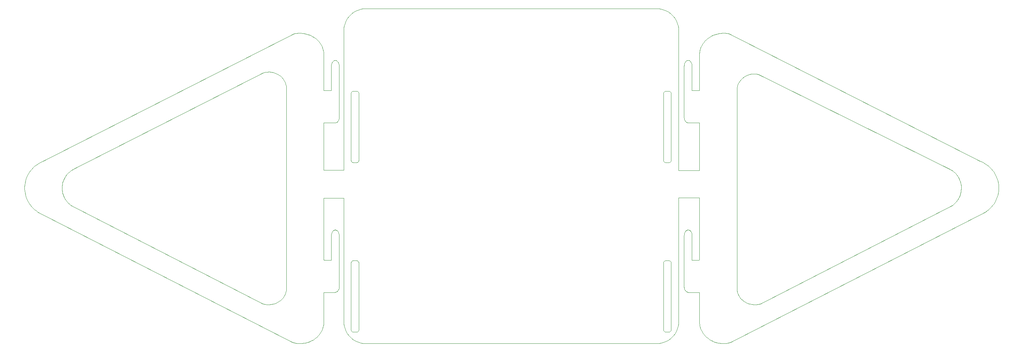
<source format=gbr>
%TF.GenerationSoftware,KiCad,Pcbnew,(5.99.0-9526-g5c17ff0595)*%
%TF.CreationDate,2021-07-10T19:15:04-05:00*%
%TF.ProjectId,DesktopHolder,4465736b-746f-4704-986f-6c6465722e6b,rev?*%
%TF.SameCoordinates,Original*%
%TF.FileFunction,Profile,NP*%
%FSLAX46Y46*%
G04 Gerber Fmt 4.6, Leading zero omitted, Abs format (unit mm)*
G04 Created by KiCad (PCBNEW (5.99.0-9526-g5c17ff0595)) date 2021-07-10 19:15:04*
%MOMM*%
%LPD*%
G01*
G04 APERTURE LIST*
%TA.AperFunction,Profile*%
%ADD10C,0.100000*%
%TD*%
G04 APERTURE END LIST*
D10*
X197211650Y-130452000D02*
X197005650Y-130220000D01*
X93850250Y-68182900D02*
X94342650Y-68175100D01*
X115124950Y-89490400D02*
X115016250Y-89524000D01*
X115379150Y-129281300D02*
X115308650Y-129366700D01*
X185780650Y-53228900D02*
X186308650Y-53255900D01*
X114221550Y-72701600D02*
X114221550Y-72701600D01*
X113897950Y-89437200D02*
X113812450Y-89366700D01*
X263329650Y-101207100D02*
X203213650Y-131990300D01*
X47215750Y-91728500D02*
X47488050Y-91512500D01*
X115465850Y-73162900D02*
X115477550Y-73279600D01*
X109719850Y-65458000D02*
X109907850Y-65429700D01*
X264434650Y-90739700D02*
X264092650Y-90428500D01*
X264759650Y-99993600D02*
X265055650Y-99636900D01*
X192513650Y-105839300D02*
X192650650Y-105668400D01*
X197671650Y-60372900D02*
X197435650Y-60582900D01*
X257388650Y-97114400D02*
X257484650Y-96781700D01*
X194080650Y-106548000D02*
X194099650Y-106831200D01*
X110835850Y-66831100D02*
X110835850Y-78885700D01*
X115379150Y-112956000D02*
X115432250Y-113054200D01*
X97032150Y-122069700D02*
X97376150Y-121746100D01*
X109249850Y-105839300D02*
X109136850Y-106046500D01*
X264438650Y-100330500D02*
X264759650Y-99993600D01*
X205672650Y-69963100D02*
X205374650Y-70318500D01*
X115379150Y-89281300D02*
X115308650Y-89366700D01*
X195874650Y-127166400D02*
X195857650Y-120170200D01*
X46720850Y-92211800D02*
X46959750Y-91961900D01*
X114221550Y-89535700D02*
X114104750Y-89524000D01*
X113812450Y-89366700D02*
X113741950Y-89281300D01*
X196220650Y-128924900D02*
X196115650Y-128643700D01*
X209196650Y-68635500D02*
X208704650Y-68627700D01*
X189132650Y-129183000D02*
X189078650Y-129281300D01*
X116037550Y-53332900D02*
X116549550Y-53255900D01*
X205404650Y-121390600D02*
X205156650Y-121007500D01*
X113433550Y-54733900D02*
X113798550Y-54401900D01*
X192264650Y-79163800D02*
X192325650Y-79413900D01*
X192242650Y-66831100D02*
X192242650Y-78885700D01*
X110835850Y-118885700D02*
X110835850Y-106831200D01*
X115124950Y-129490400D02*
X115016250Y-129524000D01*
X189132650Y-89183000D02*
X189078650Y-89281300D01*
X264752650Y-91072900D02*
X264434650Y-90739700D01*
X38022800Y-99636900D02*
X37753300Y-99262000D01*
X45520650Y-94684200D02*
X45594350Y-94338400D01*
X201913650Y-59033900D02*
X201584650Y-59020900D01*
X192422650Y-119633200D02*
X192325650Y-119413900D01*
X104327850Y-59663900D02*
X104613850Y-59818900D01*
X115465850Y-113162900D02*
X115477550Y-113279700D01*
X207736650Y-68767000D02*
X207271650Y-68912500D01*
X257631650Y-95746700D02*
X257632650Y-95393200D01*
X195856650Y-72547900D02*
X195719650Y-72548600D01*
X97673150Y-121390600D02*
X97921150Y-121007500D01*
X188716650Y-112713300D02*
X188824650Y-112746900D01*
X116549550Y-132204900D02*
X116037550Y-132127100D01*
X185780650Y-132231400D02*
X117077550Y-132231400D01*
X206402650Y-69351800D02*
X206015650Y-69639400D01*
X113996150Y-89490400D02*
X113897950Y-89437200D01*
X188599650Y-72701600D02*
X188716650Y-72713300D01*
X105155850Y-60174900D02*
X105406850Y-60372900D01*
X106434850Y-61529900D02*
X106591850Y-61788900D01*
X192808650Y-105539500D02*
X192983650Y-105458100D01*
X115543550Y-132000600D02*
X115069550Y-131827900D01*
X45594450Y-96781700D02*
X45521650Y-96442100D01*
X94342650Y-68175100D02*
X94831050Y-68219200D01*
X196641650Y-129726900D02*
X196484650Y-129467200D01*
X92875150Y-122899800D02*
X92875150Y-122899800D01*
X96645150Y-122357400D02*
X97032150Y-122069700D01*
X101166850Y-132222100D02*
X101494850Y-132236000D01*
X192325650Y-79413900D02*
X192422650Y-79633200D01*
X193170650Y-65429700D02*
X192983650Y-65458000D01*
X117077550Y-132231400D02*
X116549550Y-132204900D01*
X256963650Y-93050400D02*
X256780650Y-92757000D01*
X113996150Y-72746900D02*
X114104750Y-72713300D01*
X187921650Y-72701600D02*
X187921650Y-72701600D01*
X208734650Y-123081500D02*
X208245650Y-123037400D01*
X113643450Y-128957600D02*
X113643450Y-113279700D01*
X113812450Y-112870500D02*
X113897950Y-112800000D01*
X39748850Y-101207100D02*
X99864850Y-131990300D01*
X115016250Y-129524000D02*
X114899550Y-129535700D01*
X109719850Y-105458100D02*
X109544850Y-105539500D01*
X37753300Y-99262000D02*
X37510600Y-98870300D01*
X254999650Y-91136900D02*
X254682650Y-90979300D01*
X100184850Y-59181900D02*
X100509850Y-59114900D01*
X114104750Y-89524000D02*
X113996150Y-89490400D01*
X189059650Y-54401900D02*
X189424650Y-54733900D01*
X92874150Y-68356800D02*
X93359050Y-68243200D01*
X189078650Y-72956000D02*
X189132650Y-73054200D01*
X266417650Y-96252800D02*
X266450650Y-95786100D01*
X192867650Y-80078200D02*
X193049650Y-80146300D01*
X186821650Y-132127100D02*
X186308650Y-132204900D01*
X100509850Y-59114900D02*
X100836850Y-59065900D01*
X109837850Y-120169700D02*
X110028850Y-120146400D01*
X37301400Y-92598700D02*
X37518000Y-92191000D01*
X266125650Y-93458800D02*
X265965650Y-93021800D01*
X187804650Y-129524000D02*
X187695650Y-129490400D01*
X111928550Y-91350000D02*
X111928550Y-58378900D01*
X189165650Y-73162900D02*
X189177650Y-73279600D01*
X106857850Y-128924900D02*
X106962850Y-128643700D01*
X112548550Y-55919900D02*
X112805550Y-55495900D01*
X114221550Y-129535700D02*
X114104750Y-129524000D01*
X186308650Y-53255900D02*
X186821650Y-53332900D01*
X104035850Y-131730900D02*
X104329850Y-131592500D01*
X202568650Y-59114900D02*
X202241650Y-59065900D01*
X108997850Y-106548000D02*
X108978850Y-106831200D01*
X194026650Y-66284600D02*
X193828650Y-65839200D01*
X105406850Y-60372900D02*
X105642850Y-60582900D01*
X193049650Y-120146400D02*
X192867650Y-120078300D01*
X187355650Y-89074400D02*
X187343650Y-88957600D01*
X256969650Y-98059800D02*
X257130650Y-97754600D01*
X110677850Y-66046500D02*
X110762850Y-66284600D01*
X113688750Y-129183000D02*
X113655150Y-129074400D01*
X38318650Y-99993600D02*
X38022800Y-99636900D01*
X194099650Y-120168400D02*
X193240650Y-120169700D01*
X192315650Y-106284600D02*
X192400650Y-106046500D01*
X187512650Y-72870500D02*
X187597650Y-72800000D01*
X187597650Y-89437200D02*
X187512650Y-89366700D01*
X47493350Y-99611200D02*
X47215850Y-99391600D01*
X96222350Y-68655100D02*
X96644550Y-68899200D01*
X190525650Y-56370900D02*
X190698650Y-56843900D01*
X187597650Y-129437200D02*
X187512650Y-129366700D01*
X187921650Y-129535700D02*
X187804650Y-129524000D01*
X187512650Y-89366700D02*
X187441650Y-89281300D01*
X186308650Y-132204900D02*
X185780650Y-132231400D01*
X210202650Y-122899800D02*
X209717650Y-123013400D01*
X104329850Y-131592500D02*
X104615850Y-131437900D01*
X189177650Y-88957600D02*
X189165650Y-89074400D01*
X196643650Y-61529900D02*
X196486650Y-61788900D01*
X256118650Y-91961900D02*
X255862650Y-91728500D01*
X200928650Y-132211700D02*
X200603650Y-132173700D01*
X115477550Y-73279600D02*
X115477550Y-88957600D01*
X115379150Y-72956000D02*
X115432250Y-73054200D01*
X110427850Y-105668400D02*
X110269850Y-105539500D01*
X205701650Y-121746100D02*
X205404650Y-121390600D01*
X47488050Y-91512500D02*
X47776050Y-91315000D01*
X110816850Y-106548000D02*
X110762850Y-106284600D01*
X115477550Y-113279700D02*
X115477550Y-128957600D01*
X115477550Y-128957600D02*
X115465850Y-129074400D01*
X115432250Y-73054200D02*
X115465850Y-73162900D01*
X115543550Y-53459900D02*
X116037550Y-53332900D01*
X106260850Y-61278900D02*
X106434850Y-61529900D01*
X109907850Y-105429700D02*
X109719850Y-105458100D01*
X262079650Y-89248100D02*
X202893650Y-59181900D01*
X100838850Y-132190800D02*
X101166850Y-132222100D01*
X103113850Y-132046800D02*
X103426850Y-131958100D01*
X110813850Y-119163800D02*
X110835850Y-118885700D01*
X45446550Y-95393200D02*
X45471050Y-95037400D01*
X257606650Y-96096700D02*
X257631650Y-95746700D01*
X48078850Y-91136900D02*
X48395750Y-90979300D01*
X187512650Y-129366700D02*
X187441650Y-129281300D01*
X113741950Y-72956000D02*
X113812450Y-72870500D01*
X107198850Y-91333000D02*
X111928550Y-91350000D01*
X107358850Y-80168400D02*
X107208850Y-80166900D01*
X257270650Y-97439100D02*
X257388650Y-97114400D01*
X102147850Y-59044900D02*
X102472850Y-59082900D01*
X109051850Y-66284600D02*
X109136850Y-66046500D01*
X266254650Y-93908500D02*
X266125650Y-93458800D01*
X255862650Y-91728500D02*
X255590650Y-91512500D01*
X107196850Y-63788600D02*
X107207850Y-64091800D01*
X37295600Y-98463300D02*
X37109000Y-98042600D01*
X199966650Y-59209900D02*
X199653650Y-59297900D01*
X107207850Y-64091800D02*
X107207850Y-64091800D01*
X188922650Y-112800000D02*
X189008650Y-112870500D01*
X262519650Y-89429600D02*
X262079650Y-89248100D01*
X106960850Y-62612800D02*
X107048850Y-62899800D01*
X112548550Y-129540200D02*
X112331550Y-129089900D01*
X189424650Y-54733900D02*
X189755650Y-55098900D01*
X98351650Y-71523400D02*
X98382550Y-71975900D01*
X113996150Y-112746900D02*
X114104750Y-112713300D01*
X94832150Y-123037400D02*
X95311150Y-122942200D01*
X110269850Y-65539500D02*
X110426850Y-65668400D01*
X195961650Y-63191900D02*
X195911650Y-63488400D01*
X190051650Y-55495900D02*
X190309650Y-55919900D01*
X109907850Y-65429700D02*
X110094850Y-65458000D01*
X190698650Y-128616300D02*
X190525650Y-129089900D01*
X200603650Y-132173700D02*
X200282650Y-132118700D01*
X265316650Y-91799900D02*
X265047650Y-91426800D01*
X196345650Y-62056900D02*
X196222650Y-62331600D01*
X202241650Y-59065900D02*
X201913650Y-59033900D01*
X105866850Y-130452000D02*
X106072850Y-130220000D01*
X263345650Y-89877200D02*
X262941650Y-89639700D01*
X198748650Y-131592500D02*
X198462650Y-131437900D01*
X204784650Y-71534600D02*
X204695650Y-71976000D01*
X108978850Y-72548600D02*
X108978850Y-66831100D01*
X187597650Y-72800000D02*
X187695650Y-72746900D01*
X46715550Y-98902300D02*
X46493650Y-98634800D01*
X189008650Y-112870500D02*
X189078650Y-112956000D01*
X188922650Y-129437200D02*
X188824650Y-129490400D01*
X192983650Y-65458000D02*
X192808650Y-65539500D01*
X109249850Y-65839200D02*
X109387850Y-65668400D01*
X38643850Y-90739700D02*
X38985850Y-90428500D01*
X199651650Y-131958100D02*
X199343650Y-131852800D01*
X40558850Y-89429600D02*
X40998850Y-89248100D01*
X110752850Y-119413900D02*
X110813850Y-119163800D01*
X193533650Y-65539500D02*
X193358650Y-65458000D01*
X193240650Y-80169600D02*
X194099650Y-80168300D01*
X109387850Y-105668400D02*
X109249850Y-105839300D01*
X97031750Y-69186800D02*
X97375050Y-69510500D01*
X193828650Y-65839200D02*
X193690650Y-65668400D01*
X196817650Y-61278900D02*
X196643650Y-61529900D01*
X115124950Y-112746900D02*
X115223150Y-112800000D01*
X106734850Y-129199600D02*
X106857850Y-128924900D01*
X36823800Y-93908500D02*
X36953200Y-93458800D01*
X190825650Y-128122000D02*
X190698650Y-128616300D01*
X188599650Y-112701600D02*
X188716650Y-112713300D01*
X100836850Y-59065900D02*
X101164850Y-59033900D01*
X102149850Y-132211700D02*
X102474850Y-132173700D01*
X201255650Y-132232500D02*
X200928650Y-132211700D01*
X107118850Y-128064600D02*
X107168850Y-127768100D01*
X266351650Y-96713300D02*
X266417650Y-96252800D01*
X207766650Y-122942200D02*
X207300650Y-122796700D01*
X111928550Y-127081700D02*
X111900000Y-97925000D01*
X45952550Y-93356200D02*
X46115050Y-93050400D01*
X115308650Y-112870500D02*
X115379150Y-112956000D01*
X195911650Y-63488400D02*
X195881650Y-63788600D01*
X45811150Y-93673400D02*
X45952550Y-93356200D01*
X194080650Y-66548000D02*
X194026650Y-66284600D01*
X266418650Y-94840400D02*
X266352650Y-94369400D01*
X188599650Y-129535700D02*
X187921650Y-129535700D01*
X263729650Y-90140500D02*
X263345650Y-89877200D01*
X186821650Y-53332900D02*
X187315650Y-53459900D01*
X197433650Y-130673400D02*
X197211650Y-130452000D01*
X195881650Y-63788600D02*
X195870650Y-64091800D01*
X108997850Y-66548000D02*
X109051850Y-66284600D01*
X195829650Y-91388700D02*
X195869650Y-80166900D01*
X113798550Y-131058300D02*
X113433550Y-130726400D01*
X113812450Y-129366700D02*
X113741950Y-129281300D01*
X193690650Y-65668400D02*
X193533650Y-65539500D01*
X190973650Y-91400000D02*
X195829650Y-91388700D01*
X105408850Y-130883500D02*
X105644850Y-130673400D01*
X115124950Y-72746900D02*
X115223150Y-72800000D01*
X265055650Y-99636900D02*
X265324650Y-99262000D01*
X109136850Y-106046500D02*
X109051850Y-106284600D01*
X115432250Y-89183000D02*
X115379150Y-89281300D01*
X187441650Y-89281300D02*
X187388650Y-89183000D01*
X95776050Y-68459900D02*
X96222350Y-68655100D01*
X195869650Y-80166900D02*
X195719650Y-80168400D01*
X193170650Y-105429700D02*
X193358650Y-105458100D01*
X106072850Y-130220000D02*
X106262850Y-129978000D01*
X187441650Y-129281300D02*
X187388650Y-129183000D01*
X190309650Y-55919900D02*
X190525650Y-56370900D01*
X188663650Y-54105900D02*
X189059650Y-54401900D01*
X192242650Y-118885700D02*
X192242650Y-106831200D01*
X45447150Y-95746700D02*
X45446550Y-95393200D01*
X205126650Y-70701700D02*
X204928650Y-71108400D01*
X265047650Y-91426800D02*
X264752650Y-91072900D01*
X206045650Y-122069700D02*
X205701650Y-121746100D01*
X39348850Y-90140500D02*
X39732850Y-89877200D01*
X257130650Y-97754600D02*
X257270650Y-97439100D01*
X187315650Y-132000600D02*
X186821650Y-132127100D01*
X112805550Y-55495900D02*
X113101550Y-55098900D01*
X257484650Y-96781700D02*
X257556650Y-96442100D01*
X106591850Y-61788900D02*
X106732850Y-62056900D01*
X209226650Y-123073700D02*
X208734650Y-123081500D01*
X92875150Y-122899800D02*
X93360150Y-123013400D01*
X38031200Y-91426800D02*
X38325850Y-91072900D01*
X197920650Y-131081600D02*
X197669650Y-130883500D01*
X113655150Y-113162900D02*
X113688750Y-113054200D01*
X109136850Y-66046500D02*
X109249850Y-65839200D01*
X45471050Y-95037400D02*
X45520650Y-94684200D01*
X208245650Y-123037400D02*
X207766650Y-122942200D01*
X107198850Y-97931600D02*
X111900000Y-97925000D01*
X199653650Y-59297900D02*
X199345650Y-59403900D01*
X37510600Y-98870300D02*
X37295600Y-98463300D01*
X199042650Y-131730900D02*
X198748650Y-131592500D01*
X110564850Y-105839300D02*
X110427850Y-105668400D01*
X255590650Y-91512500D02*
X255302650Y-91315000D01*
X36951500Y-97609700D02*
X36823800Y-97166100D01*
X187788650Y-53632900D02*
X188238650Y-53848900D01*
X187343650Y-88957600D02*
X187343650Y-73279600D01*
X101494850Y-132236000D02*
X101822850Y-132232500D01*
X114194550Y-54105900D02*
X114619550Y-53848900D01*
X193690650Y-105668400D02*
X193828650Y-105839300D01*
X115069550Y-53632900D02*
X115543550Y-53459900D01*
X107221850Y-72547900D02*
X107358850Y-72548600D01*
X197435650Y-60582900D02*
X197213650Y-60804900D01*
X106070850Y-61036900D02*
X106260850Y-61278900D01*
X190903650Y-127609600D02*
X190825650Y-128122000D01*
X198187650Y-59989900D02*
X197922650Y-60174900D01*
X116549550Y-53255900D02*
X117077550Y-53228900D01*
X98382550Y-71975900D02*
X98382350Y-71976000D01*
X115465850Y-89074400D02*
X115432250Y-89183000D01*
X187695650Y-129490400D02*
X187597650Y-129437200D01*
X192513650Y-65839200D02*
X192400650Y-66046500D01*
X189177650Y-128957600D02*
X189165650Y-129074400D01*
X114899550Y-129535700D02*
X114221550Y-129535700D01*
X256122650Y-99155000D02*
X256363650Y-98902300D01*
X113897950Y-112800000D02*
X113996150Y-112746900D01*
X97376150Y-121746100D02*
X97673150Y-121390600D01*
X115016250Y-112713300D02*
X115124950Y-112746900D01*
X107207850Y-64091800D02*
X107221850Y-72547900D01*
X198464650Y-59818900D02*
X198187650Y-59989900D01*
X190964650Y-97879300D02*
X190930650Y-127081700D01*
X110564850Y-65839200D02*
X110677850Y-66046500D01*
X192548650Y-119818900D02*
X192422650Y-119633200D01*
X110529850Y-119818900D02*
X110655850Y-119633200D01*
X113101550Y-130361000D02*
X112805550Y-129964800D01*
X40136850Y-89639700D02*
X40558850Y-89429600D01*
X112159550Y-128616300D02*
X112032550Y-128122000D01*
X187695650Y-72746900D02*
X187804650Y-72713300D01*
X112331550Y-129089900D02*
X112159550Y-128616300D01*
X46291450Y-98353600D02*
X46109450Y-98059800D01*
X189755650Y-55098900D02*
X190051650Y-55495900D01*
X93359050Y-68243200D02*
X93850250Y-68182900D01*
X110379850Y-79968100D02*
X110210850Y-80078200D01*
X99864850Y-131990300D02*
X100186850Y-132074900D01*
X195857650Y-120170200D02*
X195701650Y-120169500D01*
X195701650Y-120169500D02*
X194099650Y-120168400D01*
X266352650Y-94369400D02*
X266254650Y-93908500D01*
X197007650Y-61036900D02*
X196817650Y-61278900D01*
X193828650Y-105839300D02*
X193941650Y-106046500D01*
X114104750Y-112713300D02*
X114221550Y-112701600D01*
X195879650Y-127467900D02*
X195874650Y-127166400D01*
X95777150Y-122796700D02*
X96223150Y-122601500D01*
X45691450Y-94001200D02*
X45811150Y-93673400D01*
X45594350Y-94338400D02*
X45691450Y-94001200D01*
X94343150Y-123081500D02*
X94832150Y-123037400D01*
X46115050Y-93050400D02*
X46297750Y-92757000D01*
X266254650Y-97166100D02*
X266351650Y-96713300D01*
X102474850Y-132173700D02*
X102795850Y-132118700D01*
X115477550Y-88957600D02*
X115465850Y-89074400D01*
X38985850Y-100646000D02*
X38639850Y-100330500D01*
X264092650Y-90428500D02*
X263729650Y-90140500D01*
X110762850Y-106284600D02*
X110677850Y-106046500D01*
X115016250Y-72713300D02*
X115124950Y-72746900D01*
X117077550Y-53228900D02*
X185780650Y-53228900D01*
X110752850Y-79413900D02*
X110655850Y-79633200D01*
X204814650Y-120174600D02*
X204725650Y-119733200D01*
X110094850Y-65458000D02*
X110269850Y-65539500D01*
X107166850Y-63488400D02*
X107196850Y-63788600D01*
X189008650Y-129366700D02*
X188922650Y-129437200D01*
X36725500Y-94369400D02*
X36823800Y-93908500D01*
X266450650Y-95786100D02*
X266451650Y-95314800D01*
X195870650Y-64091800D02*
X195856650Y-72547900D01*
X187788650Y-131827900D02*
X187315650Y-132000600D01*
X255585650Y-99611200D02*
X255862650Y-99391600D01*
X207271650Y-68912500D02*
X206824650Y-69107700D01*
X192651650Y-65668400D02*
X192513650Y-65839200D01*
X201583650Y-132236000D02*
X201255650Y-132232500D01*
X200930650Y-59044900D02*
X200605650Y-59082900D01*
X108978850Y-80168300D02*
X107358850Y-80168300D01*
X100186850Y-132074900D02*
X100511850Y-132141700D01*
X192400650Y-106046500D02*
X192513650Y-105839300D01*
X263722650Y-100938700D02*
X264092650Y-100646000D01*
X107048850Y-62899800D02*
X107116850Y-63191900D01*
X190930650Y-127081700D02*
X190903650Y-127609600D01*
X46499950Y-92477200D02*
X46720850Y-92211800D01*
X36953200Y-93458800D02*
X37112800Y-93021800D01*
X113688750Y-113054200D02*
X113741950Y-112956000D01*
X265969650Y-98042600D02*
X266126650Y-97609700D01*
X188716650Y-129524000D02*
X188599650Y-129535700D01*
X48395750Y-90979300D02*
X92874150Y-68356800D01*
X106732850Y-62056900D02*
X106855850Y-62331600D01*
X95311150Y-122942200D02*
X95777150Y-122796700D01*
X188824650Y-112746900D02*
X188922650Y-112800000D01*
X189132650Y-73054200D02*
X189165650Y-73162900D01*
X101822850Y-132232500D02*
X102149850Y-132211700D01*
X106262850Y-129978000D02*
X106436850Y-129726900D01*
X115308650Y-129366700D02*
X115223150Y-129437200D01*
X193358650Y-65458000D02*
X193170650Y-65429700D01*
X45690150Y-97114400D02*
X45594450Y-96781700D01*
X96223150Y-122601500D02*
X96645150Y-122357400D01*
X113655150Y-89074400D02*
X113643450Y-88957600D01*
X192261650Y-106548000D02*
X192315650Y-106284600D01*
X188238650Y-53848900D02*
X188663650Y-54105900D01*
X104890850Y-59989900D02*
X105155850Y-60174900D01*
X257557650Y-94684200D02*
X257484650Y-94338400D01*
X187343650Y-128957600D02*
X187343650Y-113279700D01*
X102795850Y-132118700D02*
X103113850Y-132046800D01*
X206854650Y-122601500D02*
X206432650Y-122357400D01*
X188663650Y-131354200D02*
X188238650Y-131611600D01*
X105644850Y-130673400D02*
X105866850Y-130452000D01*
X36726800Y-96713300D02*
X36661100Y-96252800D01*
X113643450Y-73279600D02*
X113655150Y-73162900D01*
X204695650Y-71976000D02*
X204694650Y-119280600D01*
X196484650Y-129467200D02*
X196343650Y-129199600D01*
X36626600Y-95314800D02*
X36659300Y-94840400D01*
X190052650Y-129964800D02*
X189756650Y-130361000D01*
X192242650Y-78885700D02*
X192264650Y-79163800D01*
X190309650Y-129540200D02*
X190052650Y-129964800D01*
X197213650Y-60804900D02*
X197007650Y-61036900D01*
X206432650Y-122357400D02*
X206045650Y-122069700D01*
X195823650Y-97873700D02*
X190964650Y-97879300D01*
X265324650Y-99262000D02*
X265567650Y-98870300D01*
X257126650Y-93356200D02*
X256963650Y-93050400D01*
X110094850Y-105458100D02*
X109907850Y-105429700D01*
X113655150Y-129074400D02*
X113643450Y-128957600D01*
X202239650Y-132190800D02*
X201911650Y-132222100D01*
X201911650Y-132222100D02*
X201583650Y-132236000D01*
X197922650Y-60174900D02*
X197671650Y-60372900D01*
X205374650Y-70318500D02*
X205126650Y-70701700D01*
X189078650Y-89281300D02*
X189008650Y-89366700D01*
X187804650Y-112713300D02*
X187921650Y-112701600D01*
X115223150Y-112800000D02*
X115308650Y-112870500D01*
X188824650Y-129490400D02*
X188716650Y-129524000D01*
X257484650Y-94338400D02*
X257387650Y-94001200D01*
X105642850Y-60582900D02*
X105864850Y-60804900D01*
X187343650Y-113279700D02*
X187355650Y-113162900D01*
X262941650Y-89639700D02*
X262519650Y-89429600D01*
X103734850Y-131852800D02*
X104035850Y-131730900D01*
X98118350Y-70655800D02*
X98262750Y-71082000D01*
X37112800Y-93021800D02*
X37301400Y-92598700D01*
X255302650Y-91315000D02*
X254999650Y-91136900D01*
X113897950Y-129437200D02*
X113812450Y-129366700D01*
X192867650Y-120078300D02*
X192698650Y-119968200D01*
X40998850Y-89248100D02*
X100184850Y-59181900D01*
X208216650Y-68671800D02*
X207736650Y-68767000D01*
X113643450Y-113279700D02*
X113655150Y-113162900D01*
X107198850Y-127467900D02*
X107220850Y-120170200D01*
X97920650Y-70249100D02*
X98118350Y-70655800D01*
X113741950Y-112956000D02*
X113812450Y-112870500D01*
X194099650Y-72548600D02*
X194099650Y-66831100D01*
X39748850Y-101207100D02*
X39355850Y-100938700D01*
X36823800Y-97166100D02*
X36726800Y-96713300D01*
X192983650Y-105458100D02*
X193170650Y-105429700D01*
X98119150Y-120600700D02*
X98263150Y-120174600D01*
X189132650Y-113054200D02*
X189165650Y-113162900D01*
X97921150Y-121007500D02*
X98119150Y-120600700D01*
X114221550Y-112701600D02*
X114899550Y-112701600D01*
X103424850Y-59297900D02*
X103732850Y-59403900D01*
X194026650Y-106284600D02*
X194080650Y-106548000D01*
X197005650Y-130220000D02*
X196815650Y-129978000D01*
X46956450Y-99155000D02*
X46715550Y-98902300D01*
X188922650Y-72800000D02*
X189008650Y-72870500D01*
X96644550Y-68899200D02*
X97031750Y-69186800D01*
X204928650Y-71108400D02*
X204784650Y-71534600D01*
X196343650Y-129199600D02*
X196220650Y-128924900D01*
X115069550Y-131827900D02*
X114619550Y-131611600D01*
X187315650Y-53459900D02*
X187788650Y-53632900D01*
X257387650Y-94001200D02*
X257267650Y-93673400D01*
X192698650Y-79968100D02*
X192867650Y-80078200D01*
X113655150Y-73162900D02*
X113688750Y-73054200D01*
X190698650Y-56843900D02*
X190825650Y-57337900D01*
X187921650Y-72701600D02*
X188599650Y-72701600D01*
X46959750Y-91961900D02*
X47215750Y-91728500D01*
X189165650Y-129074400D02*
X189132650Y-129183000D01*
X189078650Y-129281300D02*
X189008650Y-129366700D01*
X110655850Y-79633200D02*
X110529850Y-79818800D01*
X203213650Y-131990300D02*
X202891650Y-132074900D01*
X37761600Y-91799900D02*
X38031200Y-91426800D01*
X187921650Y-89535700D02*
X187804650Y-89524000D01*
X38639850Y-100330500D02*
X38318650Y-99993600D01*
X107376850Y-120169500D02*
X108978850Y-120168400D01*
X107220850Y-120170200D02*
X107376850Y-120169500D01*
X189008650Y-72870500D02*
X189078650Y-72956000D01*
X256357650Y-92211800D02*
X256118650Y-91961900D01*
X187512650Y-112870500D02*
X187597650Y-112800000D01*
X36659300Y-94840400D02*
X36725500Y-94369400D01*
X187388650Y-89183000D02*
X187355650Y-89074400D01*
X189177650Y-73279600D02*
X189177650Y-88957600D01*
X110835850Y-106831200D02*
X110816850Y-106548000D01*
X196028650Y-128356700D02*
X195959650Y-128064600D01*
X195909650Y-127768100D02*
X195879650Y-127467900D01*
X189165650Y-89074400D02*
X189132650Y-89183000D01*
X190525650Y-129089900D02*
X190309650Y-129540200D01*
X195719650Y-72548600D02*
X194099650Y-72548600D01*
X187388650Y-129183000D02*
X187355650Y-129074400D01*
X103426850Y-131958100D02*
X103734850Y-131852800D01*
X189165650Y-113162900D02*
X189177650Y-113279700D01*
X195870650Y-64091800D02*
X195870650Y-64091800D01*
X112805550Y-129964800D02*
X112548550Y-129540200D01*
X188824650Y-72746900D02*
X188922650Y-72800000D01*
X110210850Y-80078200D02*
X110028850Y-80146300D01*
X192261650Y-66548000D02*
X192242650Y-66831100D01*
X113996150Y-129490400D02*
X113897950Y-129437200D01*
X114899550Y-72701600D02*
X115016250Y-72713300D01*
X199044650Y-59525900D02*
X198750650Y-59663900D01*
X192650650Y-105668400D02*
X192808650Y-105539500D01*
X110210850Y-120078300D02*
X110379850Y-119968200D01*
X39732850Y-89877200D02*
X40136850Y-89639700D01*
X110529850Y-79818800D02*
X110379850Y-79968100D01*
X115016250Y-89524000D02*
X114899550Y-89535700D01*
X187343650Y-73279600D02*
X187355650Y-73162900D01*
X107168850Y-127768100D02*
X107198850Y-127467900D01*
X112159550Y-56843900D02*
X112331550Y-56370900D01*
X206015650Y-69639400D02*
X205672650Y-69963100D01*
X102472850Y-59082900D02*
X102793850Y-59137900D01*
X189424650Y-130726400D02*
X189059650Y-131058300D01*
X103111850Y-59209900D02*
X103424850Y-59297900D01*
X199964650Y-132046800D02*
X199651650Y-131958100D01*
X113897950Y-72800000D02*
X113996150Y-72746900D01*
X113812450Y-72870500D02*
X113897950Y-72800000D01*
X190825650Y-57337900D02*
X190903650Y-57850900D01*
X39355850Y-100938700D02*
X38985850Y-100646000D01*
X198462650Y-131437900D02*
X198185650Y-131267100D01*
X266451650Y-95314800D02*
X266418650Y-94840400D01*
X196222650Y-62331600D02*
X196117650Y-62612800D01*
X188824650Y-89490400D02*
X188716650Y-89524000D01*
X187355650Y-129074400D02*
X187343650Y-128957600D01*
X47215850Y-99391600D02*
X46956450Y-99155000D01*
X190930650Y-58378900D02*
X190973650Y-91400000D01*
X265965650Y-93021800D02*
X265776650Y-92598700D01*
X192315650Y-66284600D02*
X192261650Y-66548000D01*
X110835850Y-78885700D02*
X110813850Y-79163800D01*
X198185650Y-131267100D02*
X197920650Y-131081600D01*
X256780650Y-92757000D02*
X256578650Y-92477200D01*
X189756650Y-130361000D02*
X189424650Y-130726400D01*
X192548650Y-79818800D02*
X192698650Y-79968100D01*
X114104750Y-72713300D02*
X114221550Y-72701600D01*
X95310550Y-68314400D02*
X95776050Y-68459900D01*
X113433550Y-130726400D02*
X113101550Y-130361000D01*
X187695650Y-89490400D02*
X187597650Y-89437200D01*
X114194550Y-131354200D02*
X113798550Y-131058300D01*
X187597650Y-112800000D02*
X187695650Y-112746900D01*
X187441650Y-72956000D02*
X187512650Y-72870500D01*
X45521650Y-96442100D02*
X45472350Y-96096700D01*
X106436850Y-129726900D02*
X106593850Y-129467200D01*
X113101550Y-55098900D02*
X113433550Y-54733900D01*
X108978850Y-120168400D02*
X109837850Y-120169700D01*
X110655850Y-119633200D02*
X110752850Y-119413900D01*
X107358850Y-112548700D02*
X107210850Y-112545300D01*
X265567650Y-98870300D02*
X265782650Y-98463300D01*
X189008650Y-89366700D02*
X188922650Y-89437200D01*
X204958650Y-120600700D02*
X204814650Y-120174600D01*
X107358850Y-72548600D02*
X108978850Y-72548600D01*
X104615850Y-131437900D02*
X104892850Y-131267100D01*
X193240650Y-120169700D02*
X193049650Y-120146400D01*
X189059650Y-131058300D02*
X188663650Y-131354200D01*
X106855850Y-62331600D02*
X106960850Y-62612800D01*
X188599650Y-89535700D02*
X187921650Y-89535700D01*
X188238650Y-131611600D02*
X187788650Y-131827900D01*
X106593850Y-129467200D02*
X106734850Y-129199600D01*
X97672150Y-69865900D02*
X97920650Y-70249100D01*
X192808650Y-65539500D02*
X192651650Y-65668400D01*
X46297750Y-92757000D02*
X46499950Y-92477200D01*
X187355650Y-73162900D02*
X187388650Y-73054200D01*
X201256650Y-59023900D02*
X200930650Y-59044900D01*
X113741950Y-89281300D02*
X113688750Y-89183000D01*
X108978850Y-66831100D02*
X108997850Y-66548000D01*
X110816850Y-66548000D02*
X110835850Y-66831100D01*
X193941650Y-106046500D02*
X194026650Y-106284600D01*
X94831050Y-68219200D02*
X95310550Y-68314400D01*
X114221550Y-72701600D02*
X114899550Y-72701600D01*
X200605650Y-59082900D02*
X200284650Y-59137900D01*
X105157850Y-131081600D02*
X105408850Y-130883500D01*
X187388650Y-73054200D02*
X187441650Y-72956000D01*
X105864850Y-60804900D02*
X106070850Y-61036900D01*
X208704650Y-68627700D02*
X208216650Y-68671800D01*
X116037550Y-132127100D02*
X115543550Y-132000600D01*
X107116850Y-63191900D02*
X107166850Y-63488400D01*
X192400650Y-66046500D02*
X192315650Y-66284600D01*
X98352150Y-119733200D02*
X98383150Y-119280600D01*
X200284650Y-59137900D02*
X199966650Y-59209900D01*
X107049850Y-128356700D02*
X107118850Y-128064600D01*
X196117650Y-62612800D02*
X196029650Y-62899800D01*
X101821850Y-59023900D02*
X102147850Y-59044900D01*
X193533650Y-105539500D02*
X193690650Y-105668400D01*
X192698650Y-119968200D02*
X192548650Y-119818900D01*
X114221550Y-112701600D02*
X114221550Y-112701600D01*
X195867650Y-112545300D02*
X195823650Y-97873700D01*
X256787650Y-98353600D02*
X256969650Y-98059800D01*
X98382350Y-71976000D02*
X98383850Y-119280600D01*
X103732850Y-59403900D02*
X104033850Y-59525900D01*
X193358650Y-105458100D02*
X193533650Y-105539500D01*
X114899550Y-112701600D02*
X115016250Y-112713300D01*
X108978850Y-112548700D02*
X107358850Y-112548700D01*
X115432250Y-129183000D02*
X115379150Y-129281300D01*
X36661100Y-96252800D02*
X36627500Y-95786100D01*
X187388650Y-113054200D02*
X187441650Y-112956000D01*
X255862650Y-99391600D02*
X256122650Y-99155000D01*
X254682650Y-90979300D02*
X254352650Y-90843200D01*
X265776650Y-92598700D02*
X265560650Y-92191000D01*
X193049650Y-80146300D02*
X193240650Y-80169600D01*
X38985850Y-90428500D02*
X39348850Y-90140500D01*
X255290650Y-99812400D02*
X255585650Y-99611200D01*
X37109000Y-98042600D02*
X36951500Y-97609700D01*
X38325850Y-91072900D02*
X38643850Y-90739700D01*
X201584650Y-59020900D02*
X201256650Y-59023900D01*
X256578650Y-92477200D02*
X256357650Y-92211800D01*
X188716650Y-89524000D02*
X188599650Y-89535700D01*
X254352650Y-90843200D02*
X209688650Y-68695800D01*
X266126650Y-97609700D02*
X266254650Y-97166100D01*
X200282650Y-132118700D02*
X199964650Y-132046800D01*
X112331550Y-56370900D02*
X112548550Y-55919900D01*
X206824650Y-69107700D02*
X206402650Y-69351800D01*
X113643450Y-88957600D02*
X113643450Y-73279600D01*
X256363650Y-98902300D02*
X256787650Y-98353600D01*
X113741950Y-129281300D02*
X113688750Y-129183000D01*
X36627500Y-95786100D02*
X36626600Y-95314800D01*
X187355650Y-113162900D02*
X187388650Y-113054200D01*
X110379850Y-119968200D02*
X110529850Y-119818900D01*
X45948250Y-97754600D02*
X45808250Y-97439100D01*
X110426850Y-65668400D02*
X110564850Y-65839200D01*
X115432250Y-113054200D02*
X115465850Y-113162900D01*
X202893650Y-59181900D02*
X202568650Y-59114900D01*
X257267650Y-93673400D02*
X257126650Y-93356200D01*
X199343650Y-131852800D02*
X199042650Y-131730900D01*
X45808250Y-97439100D02*
X45690150Y-97114400D01*
X112032550Y-128122000D02*
X111954550Y-127609600D01*
X47493350Y-99611200D02*
X92875150Y-122899800D01*
X192422650Y-79633200D02*
X192548650Y-79818800D01*
X112032550Y-57337900D02*
X112159550Y-56843900D01*
X111928550Y-58378900D02*
X111954550Y-57850900D01*
X192325650Y-119413900D02*
X192264650Y-119163800D01*
X188716650Y-72713300D02*
X188824650Y-72746900D01*
X108978850Y-106831200D02*
X108978850Y-112548700D01*
X115223150Y-72800000D02*
X115308650Y-72870500D01*
X115308650Y-72870500D02*
X115379150Y-72956000D01*
X110028850Y-80146300D02*
X109837850Y-80169600D01*
X187804650Y-72713300D02*
X187921650Y-72701600D01*
X114619550Y-53848900D02*
X115069550Y-53632900D01*
X97375050Y-69510500D02*
X97672150Y-69865900D01*
X257607650Y-95037400D02*
X257557650Y-94684200D01*
X110813850Y-79163800D02*
X110752850Y-79413900D01*
X192264650Y-119163800D02*
X192242650Y-118885700D01*
X204725650Y-119733200D02*
X204694650Y-119280600D01*
X98263150Y-120174600D02*
X98352150Y-119733200D01*
X104892850Y-131267100D02*
X105157850Y-131081600D01*
X101493850Y-59020900D02*
X101821850Y-59023900D01*
X190903650Y-57850900D02*
X190930650Y-58378900D01*
X263329650Y-101207100D02*
X263722650Y-100938700D01*
X265782650Y-98463300D02*
X265969650Y-98042600D01*
X209688650Y-68695800D02*
X209196650Y-68635500D01*
X107210850Y-112545300D02*
X107198850Y-97931600D01*
X113688750Y-73054200D02*
X113741950Y-72956000D01*
X207300650Y-122796700D02*
X206854650Y-122601500D01*
X187921650Y-112701600D02*
X187921650Y-112701600D01*
X205156650Y-121007500D02*
X204958650Y-120600700D01*
X199345650Y-59403900D02*
X199044650Y-59525900D01*
X107208850Y-80166900D02*
X107198850Y-91333000D01*
X209717650Y-123013400D02*
X209226650Y-123073700D01*
X111954550Y-57850900D02*
X112032550Y-57337900D01*
X113688750Y-89183000D02*
X113655150Y-89074400D01*
X189177650Y-113279700D02*
X189177650Y-128957600D01*
X106962850Y-128643700D02*
X107049850Y-128356700D01*
X109544850Y-65539500D02*
X109719850Y-65458000D01*
X104033850Y-59525900D02*
X104327850Y-59663900D01*
X265560650Y-92191000D02*
X265316650Y-91799900D01*
X47776050Y-91315000D02*
X48078850Y-91136900D01*
X192242650Y-106831200D02*
X192261650Y-106548000D01*
X93851150Y-123073700D02*
X94343150Y-123081500D01*
X187441650Y-112956000D02*
X187512650Y-112870500D01*
X187921650Y-112701600D02*
X188599650Y-112701600D01*
X114619550Y-131611600D02*
X114194550Y-131354200D01*
X109837850Y-80169600D02*
X108978850Y-80168300D01*
X115465850Y-129074400D02*
X115432250Y-129183000D01*
X194099650Y-80168300D02*
X195719650Y-80168300D01*
X257632650Y-95393200D02*
X257607650Y-95037400D01*
X114899550Y-89535700D02*
X114221550Y-89535700D01*
X100511850Y-132141700D02*
X100838850Y-132190800D01*
X115223150Y-89437200D02*
X115124950Y-89490400D01*
X46109450Y-98059800D02*
X45948250Y-97754600D01*
X255290650Y-99812400D02*
X210202650Y-122899800D01*
X101164850Y-59033900D02*
X101493850Y-59020900D01*
X115308650Y-89366700D02*
X115223150Y-89437200D01*
X196486650Y-61788900D02*
X196345650Y-62056900D01*
X198750650Y-59663900D02*
X198464650Y-59818900D01*
X93360150Y-123013400D02*
X93851150Y-123073700D01*
X197669650Y-130883500D02*
X197433650Y-130673400D01*
X46493650Y-98634800D02*
X46291450Y-98353600D01*
X257556650Y-96442100D02*
X257606650Y-96096700D01*
X202891650Y-132074900D02*
X202566650Y-132141700D01*
X45472350Y-96096700D02*
X45447150Y-95746700D01*
X188922650Y-89437200D02*
X188824650Y-89490400D01*
X202566650Y-132141700D02*
X202239650Y-132190800D01*
X104613850Y-59818900D02*
X104890850Y-59989900D01*
X102793850Y-59137900D02*
X103111850Y-59209900D01*
X113798550Y-54401900D02*
X114194550Y-54105900D01*
X196115650Y-128643700D02*
X196028650Y-128356700D01*
X195959650Y-128064600D02*
X195909650Y-127768100D01*
X189078650Y-112956000D02*
X189132650Y-113054200D01*
X110269850Y-105539500D02*
X110094850Y-105458100D01*
X110028850Y-120146400D02*
X110210850Y-120078300D01*
X37518000Y-92191000D02*
X37761600Y-91799900D01*
X109051850Y-106284600D02*
X108997850Y-106548000D01*
X194099650Y-106831200D02*
X194099650Y-112548700D01*
X196029650Y-62899800D02*
X195961650Y-63191900D01*
X110677850Y-106046500D02*
X110564850Y-105839300D01*
X111954550Y-127609600D02*
X111928550Y-127081700D01*
X98262750Y-71082000D02*
X98351650Y-71523400D01*
X114104750Y-129524000D02*
X113996150Y-129490400D01*
X187695650Y-112746900D02*
X187804650Y-112713300D01*
X109544850Y-105539500D02*
X109387850Y-105668400D01*
X109387850Y-65668400D02*
X109544850Y-65539500D01*
X194099650Y-66831100D02*
X194080650Y-66548000D01*
X110762850Y-66284600D02*
X110816850Y-66548000D01*
X195719650Y-112548700D02*
X195867650Y-112545300D01*
X115223150Y-129437200D02*
X115124950Y-129490400D01*
X264092650Y-100646000D02*
X264438650Y-100330500D01*
X194099650Y-112548700D02*
X195719650Y-112548700D01*
X196815650Y-129978000D02*
X196641650Y-129726900D01*
X187804650Y-89524000D02*
X187695650Y-89490400D01*
M02*

</source>
